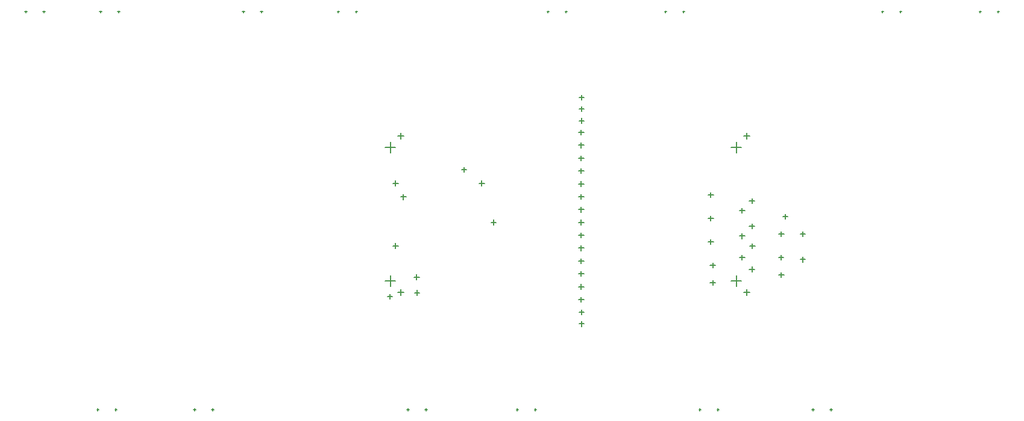
<source format=gbr>
%TF.GenerationSoftware,Altium Limited,Altium Designer,19.1.8 (144)*%
G04 Layer_Color=128*
%FSLAX26Y26*%
%MOIN*%
%TF.FileFunction,Drillmap*%
%TF.Part,Single*%
G01*
G75*
%TA.AperFunction,NonConductor*%
%ADD32C,0.005000*%
D32*
X4719095Y196850D02*
X4730905D01*
X4725000Y190945D02*
Y202756D01*
X4619095Y196850D02*
X4630905D01*
X4625000Y190945D02*
Y202756D01*
X4094095Y196850D02*
X4105905D01*
X4100000Y190945D02*
Y202756D01*
X3994095Y196850D02*
X4005905D01*
X4000000Y190945D02*
Y202756D01*
X2984095Y196850D02*
X2995905D01*
X2990000Y190945D02*
Y202756D01*
X3084095Y196850D02*
X3095905D01*
X3090000Y190945D02*
Y202756D01*
X2479095Y196850D02*
X2490905D01*
X2485000Y190945D02*
Y202756D01*
X2379095Y196850D02*
X2390905D01*
X2385000Y190945D02*
Y202756D01*
X1299094Y196850D02*
X1310906D01*
X1305000Y190945D02*
Y202756D01*
X1199094Y196850D02*
X1210906D01*
X1205000Y190945D02*
Y202756D01*
X366142Y2401574D02*
X377953D01*
X372047Y2395669D02*
Y2407479D01*
X266142Y2401574D02*
X277953D01*
X272047Y2395669D02*
Y2407479D01*
X779528Y2401574D02*
X791339D01*
X785433Y2395669D02*
Y2407479D01*
X679528Y2401574D02*
X691339D01*
X685433Y2395669D02*
Y2407479D01*
X1569094Y2401574D02*
X1580906D01*
X1575000Y2395669D02*
Y2407479D01*
X1469094Y2401574D02*
X1480906D01*
X1475000Y2395669D02*
Y2407479D01*
X2094095Y2401574D02*
X2105905D01*
X2100000Y2395669D02*
Y2407479D01*
X1994094Y2401574D02*
X2005906D01*
X2000000Y2395669D02*
Y2407479D01*
X3254095Y2401574D02*
X3265905D01*
X3260000Y2395669D02*
Y2407479D01*
X3154095Y2401574D02*
X3165905D01*
X3160000Y2395669D02*
Y2407479D01*
X3904095Y2401574D02*
X3915905D01*
X3910000Y2395669D02*
Y2407479D01*
X3804095Y2401574D02*
X3815905D01*
X3810000Y2395669D02*
Y2407479D01*
X5104095Y2401574D02*
X5115905D01*
X5110000Y2395669D02*
Y2407479D01*
X5004095Y2401574D02*
X5015905D01*
X5010000Y2395669D02*
Y2407479D01*
X5644095Y2401574D02*
X5655905D01*
X5650000Y2395669D02*
Y2407479D01*
X5544095Y2401574D02*
X5555905D01*
X5550000Y2395669D02*
Y2407479D01*
X764095Y196850D02*
X775905D01*
X770000Y190945D02*
Y202756D01*
X664095Y196850D02*
X675905D01*
X670000Y190945D02*
Y202756D01*
X2330350Y846456D02*
X2363350D01*
X2346850Y829956D02*
Y862956D01*
X2330350Y1712598D02*
X2363350D01*
X2346850Y1696098D02*
Y1729098D01*
X2259253Y909448D02*
X2316339D01*
X2287796Y880905D02*
Y937991D01*
X2259253Y1649606D02*
X2316339D01*
X2287796Y1621063D02*
Y1678149D01*
X4243736Y846456D02*
X4276736D01*
X4260236Y829956D02*
Y862956D01*
X4243736Y1712598D02*
X4276736D01*
X4260236Y1696098D02*
Y1729098D01*
X4172639Y909448D02*
X4229725D01*
X4201182Y880905D02*
Y937991D01*
X4172639Y1649606D02*
X4229725D01*
X4201182Y1621063D02*
Y1678149D01*
X4457457Y1266732D02*
X4485457D01*
X4471457Y1252732D02*
Y1280732D01*
X2779307Y1450787D02*
X2807307D01*
X2793307Y1436787D02*
Y1464787D01*
X2681866Y1526575D02*
X2709866D01*
X2695866Y1512575D02*
Y1540575D01*
X3331481Y671262D02*
X3359481D01*
X3345481Y657262D02*
Y685262D01*
X3331472Y1927165D02*
X3359472D01*
X3345472Y1913165D02*
Y1941165D01*
X3331472Y1862205D02*
X3359472D01*
X3345472Y1848205D02*
Y1876205D01*
X2844268Y1234252D02*
X2872268D01*
X2858268Y1220252D02*
Y1248252D01*
X3331472Y1797244D02*
X3359472D01*
X3345472Y1783244D02*
Y1811244D01*
X4554898Y1169291D02*
X4582898D01*
X4568898Y1155291D02*
Y1183291D01*
X4275835Y1101895D02*
X4303835D01*
X4289835Y1087895D02*
Y1115895D01*
X4435803Y941929D02*
X4463803D01*
X4449803Y927929D02*
Y955929D01*
X4554898Y1028543D02*
X4582898D01*
X4568898Y1014543D02*
Y1042543D01*
X3331481Y736222D02*
X3359481D01*
X3345481Y722222D02*
Y750222D01*
X2419262Y931102D02*
X2447262D01*
X2433262Y917102D02*
Y945102D01*
X2422030Y844490D02*
X2450030D01*
X2436030Y830490D02*
Y858490D01*
X2270449Y822835D02*
X2298449D01*
X2284449Y808835D02*
Y836835D01*
X2346236Y1375000D02*
X2374236D01*
X2360236Y1361000D02*
Y1389000D01*
X2302929Y1450787D02*
X2330929D01*
X2316929Y1436787D02*
Y1464787D01*
X2302929Y1104331D02*
X2330929D01*
X2316929Y1090331D02*
Y1118331D01*
X4056866Y898622D02*
X4084866D01*
X4070866Y884622D02*
Y912622D01*
X4056877Y996066D02*
X4084877D01*
X4070877Y982066D02*
Y1010066D01*
X4434819Y1040355D02*
X4462819D01*
X4448819Y1026355D02*
Y1054355D01*
X4435803Y1169292D02*
X4463803D01*
X4449803Y1155292D02*
Y1183292D01*
X4046039Y1125984D02*
X4074039D01*
X4060039Y1111984D02*
Y1139984D01*
X4219268Y1039370D02*
X4247268D01*
X4233268Y1025370D02*
Y1053370D01*
X4046039Y1255906D02*
X4074039D01*
X4060039Y1241906D02*
Y1269906D01*
X4046039Y1385827D02*
X4074039D01*
X4060039Y1371827D02*
Y1399827D01*
X3329503Y806102D02*
X3357503D01*
X3343503Y792102D02*
Y820102D01*
X4273413Y974412D02*
X4301413D01*
X4287413Y960412D02*
Y988412D01*
X4219268Y1158465D02*
X4247268D01*
X4233268Y1144465D02*
Y1172465D01*
X4273413Y1212602D02*
X4301413D01*
X4287413Y1198602D02*
Y1226602D01*
X4219279Y1299216D02*
X4247279D01*
X4233279Y1285216D02*
Y1313216D01*
X4273402Y1353347D02*
X4301402D01*
X4287402Y1339347D02*
Y1367347D01*
X3329503Y877402D02*
X3357503D01*
X3343503Y863402D02*
Y891402D01*
X3329503Y948701D02*
X3357503D01*
X3343503Y934701D02*
Y962701D01*
X3329503Y1019996D02*
X3357503D01*
X3343503Y1005996D02*
Y1033996D01*
X3329503Y1091294D02*
X3357503D01*
X3343503Y1077294D02*
Y1105294D01*
X3329503Y1162591D02*
X3357503D01*
X3343503Y1148591D02*
Y1176591D01*
X3329503Y1233889D02*
X3357503D01*
X3343503Y1219889D02*
Y1247889D01*
X3329503Y1305187D02*
X3357503D01*
X3343503Y1291187D02*
Y1319187D01*
X3329503Y1376485D02*
X3357503D01*
X3343503Y1362485D02*
Y1390485D01*
X3329503Y1447783D02*
X3357503D01*
X3343503Y1433783D02*
Y1461783D01*
X3329503Y1519081D02*
X3357503D01*
X3343503Y1505081D02*
Y1533081D01*
X3329503Y1590378D02*
X3357503D01*
X3343503Y1576378D02*
Y1604378D01*
X3329503Y1661676D02*
X3357503D01*
X3343503Y1647676D02*
Y1675676D01*
X3329503Y1732974D02*
X3357503D01*
X3343503Y1718974D02*
Y1746974D01*
%TF.MD5,feba32f9ba433a617924082ce94c5c97*%
M02*

</source>
